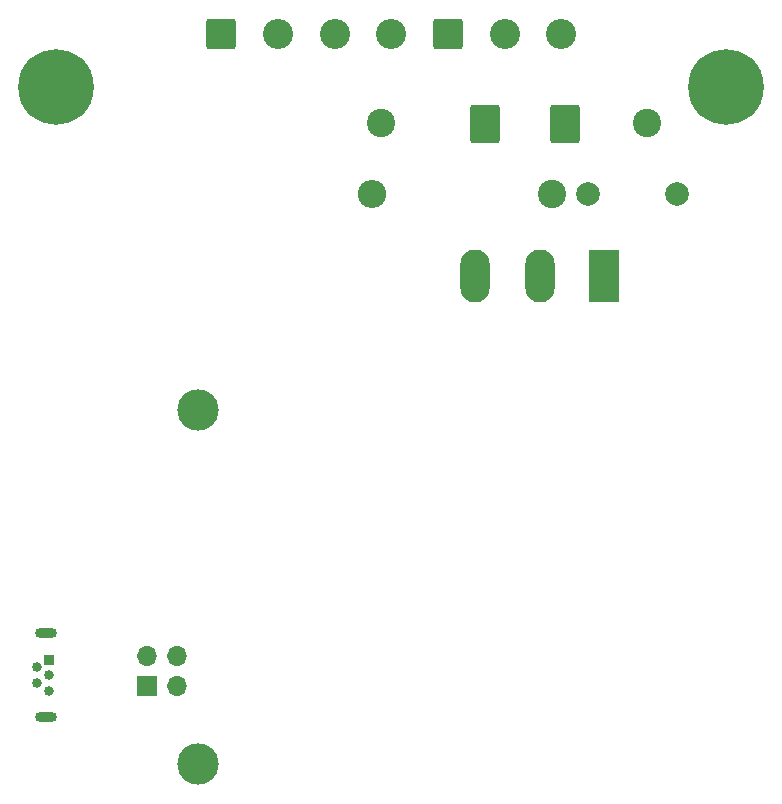
<source format=gbr>
%TF.GenerationSoftware,KiCad,Pcbnew,7.0.1*%
%TF.CreationDate,2024-04-13T10:55:35+02:00*%
%TF.ProjectId,Zuendung,5a75656e-6475-46e6-972e-6b696361645f,rev?*%
%TF.SameCoordinates,Original*%
%TF.FileFunction,Soldermask,Bot*%
%TF.FilePolarity,Negative*%
%FSLAX46Y46*%
G04 Gerber Fmt 4.6, Leading zero omitted, Abs format (unit mm)*
G04 Created by KiCad (PCBNEW 7.0.1) date 2024-04-13 10:55:35*
%MOMM*%
%LPD*%
G01*
G04 APERTURE LIST*
G04 Aperture macros list*
%AMRoundRect*
0 Rectangle with rounded corners*
0 $1 Rounding radius*
0 $2 $3 $4 $5 $6 $7 $8 $9 X,Y pos of 4 corners*
0 Add a 4 corners polygon primitive as box body*
4,1,4,$2,$3,$4,$5,$6,$7,$8,$9,$2,$3,0*
0 Add four circle primitives for the rounded corners*
1,1,$1+$1,$2,$3*
1,1,$1+$1,$4,$5*
1,1,$1+$1,$6,$7*
1,1,$1+$1,$8,$9*
0 Add four rect primitives between the rounded corners*
20,1,$1+$1,$2,$3,$4,$5,0*
20,1,$1+$1,$4,$5,$6,$7,0*
20,1,$1+$1,$6,$7,$8,$9,0*
20,1,$1+$1,$8,$9,$2,$3,0*%
G04 Aperture macros list end*
%ADD10R,1.700000X1.700000*%
%ADD11O,1.700000X1.700000*%
%ADD12C,3.500000*%
%ADD13RoundRect,0.249999X-1.025001X-1.025001X1.025001X-1.025001X1.025001X1.025001X-1.025001X1.025001X0*%
%ADD14C,2.550000*%
%ADD15R,2.500000X4.500000*%
%ADD16O,2.500000X4.500000*%
%ADD17C,2.000000*%
%ADD18C,0.800000*%
%ADD19C,6.400000*%
%ADD20R,0.840000X0.840000*%
%ADD21C,0.840000*%
%ADD22O,1.850000X0.850000*%
%ADD23C,2.400000*%
%ADD24O,2.400000X2.400000*%
%ADD25RoundRect,0.250000X-1.000000X1.400000X-1.000000X-1.400000X1.000000X-1.400000X1.000000X1.400000X0*%
G04 APERTURE END LIST*
D10*
%TO.C,J2*%
X112685000Y-130640000D03*
D11*
X112685000Y-128100000D03*
X115225000Y-130640000D03*
X115225000Y-128100000D03*
%TD*%
D12*
%TO.C,H4*%
X117000000Y-137300000D03*
%TD*%
D13*
%TO.C,J5*%
X138150000Y-75500000D03*
D14*
X142950000Y-75500000D03*
X147750000Y-75500000D03*
%TD*%
D15*
%TO.C,Q3*%
X151350000Y-96000000D03*
D16*
X145900000Y-96000000D03*
X140450000Y-96000000D03*
%TD*%
D17*
%TO.C,C8*%
X157500000Y-89000000D03*
X150000000Y-89000000D03*
%TD*%
D18*
%TO.C,H1*%
X102600000Y-80000000D03*
X103302944Y-78302944D03*
X103302944Y-81697056D03*
X105000000Y-77600000D03*
D19*
X105000000Y-80000000D03*
D18*
X105000000Y-82400000D03*
X106697056Y-78302944D03*
X106697056Y-81697056D03*
X107400000Y-80000000D03*
%TD*%
D12*
%TO.C,H3*%
X117000000Y-107300000D03*
%TD*%
D20*
%TO.C,J3*%
X104375000Y-128462500D03*
D21*
X103375000Y-129112500D03*
X104375000Y-129762500D03*
X103375000Y-130412500D03*
X104375000Y-131062500D03*
D22*
X104155000Y-126187500D03*
X104155000Y-133337500D03*
%TD*%
D23*
%TO.C,R6*%
X147000000Y-89000000D03*
D24*
X131760000Y-89000000D03*
%TD*%
D13*
%TO.C,J1*%
X118950000Y-75500000D03*
D14*
X123750000Y-75500000D03*
X128550000Y-75500000D03*
X133350000Y-75500000D03*
%TD*%
D23*
%TO.C,C7*%
X155000000Y-83000000D03*
X132500000Y-83000000D03*
%TD*%
D18*
%TO.C,H2*%
X159300000Y-80000000D03*
X160002944Y-78302944D03*
X160002944Y-81697056D03*
X161700000Y-77600000D03*
D19*
X161700000Y-80000000D03*
D18*
X161700000Y-82400000D03*
X163397056Y-78302944D03*
X163397056Y-81697056D03*
X164100000Y-80000000D03*
%TD*%
D25*
%TO.C,D5*%
X141300000Y-83100000D03*
X148100000Y-83100000D03*
%TD*%
M02*

</source>
